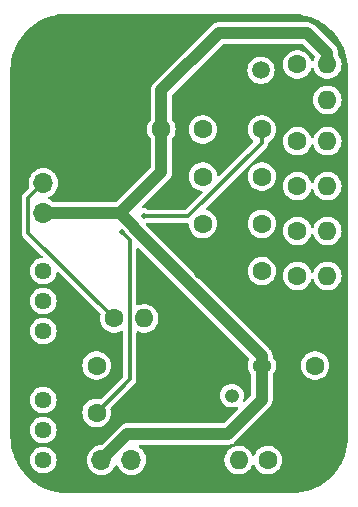
<source format=gtl>
G04 Layer: TopLayer*
G04 EasyEDA Pro v2.2.27.1, 2024-09-15 10:59:50*
G04 Gerber Generator version 0.3*
G04 Scale: 100 percent, Rotated: No, Reflected: No*
G04 Dimensions in millimeters*
G04 Leading zeros omitted, absolute positions, 3 integers and 5 decimals*
%TF.GenerationSoftware,KiCad,Pcbnew,8.0.5*%
%TF.CreationDate,2024-10-26T00:27:54+08:00*%
%TF.ProjectId,BISS0001_SOP-16_TH,42495353-3030-4303-915f-534f502d3136,rev?*%
%TF.SameCoordinates,Original*%
%TF.FileFunction,Copper,L1,Top*%
%TF.FilePolarity,Positive*%
%FSLAX46Y46*%
G04 Gerber Fmt 4.6, Leading zero omitted, Abs format (unit mm)*
G04 Created by KiCad (PCBNEW 8.0.5) date 2024-10-26 00:27:54*
%MOMM*%
%LPD*%
G01*
G04 APERTURE LIST*
%TA.AperFunction,ComponentPad*%
%ADD10C,6.000000*%
%TD*%
%TA.AperFunction,ComponentPad*%
%ADD11O,1.600000X1.200000*%
%TD*%
%TA.AperFunction,ComponentPad*%
%ADD12O,1.200000X1.200000*%
%TD*%
%TA.AperFunction,ComponentPad*%
%ADD13C,1.500000*%
%TD*%
%TA.AperFunction,ComponentPad*%
%ADD14C,1.600000*%
%TD*%
%TA.AperFunction,ComponentPad*%
%ADD15O,1.600000X1.600000*%
%TD*%
%TA.AperFunction,ComponentPad*%
%ADD16C,1.440000*%
%TD*%
%TA.AperFunction,ComponentPad*%
%ADD17R,1.700000X1.700000*%
%TD*%
%TA.AperFunction,ComponentPad*%
%ADD18O,1.700000X1.700000*%
%TD*%
%TA.AperFunction,ViaPad*%
%ADD19C,0.500000*%
%TD*%
%TA.AperFunction,Conductor*%
%ADD20C,1.000000*%
%TD*%
%TA.AperFunction,Conductor*%
%ADD21C,0.300000*%
%TD*%
G04 APERTURE END LIST*
D10*
%TO.P,H2,1,1*%
%TO.N,GND*%
X80000000Y-70000000D03*
%TD*%
D11*
%TO.P,S1,1,D*%
%TO.N,3V3*%
X96500000Y-95000000D03*
D12*
%TO.P,S1,2,S*%
%TO.N,Net-(S1-S)*%
X93960000Y-97540000D03*
%TO.P,S1,3,G*%
%TO.N,GND*%
X91420000Y-95000000D03*
%TD*%
D13*
%TO.P,R9,2*%
%TO.N,GND*%
X93020000Y-70000000D03*
%TO.P,R9,1*%
%TO.N,Net-(U1-VC)*%
X96420000Y-70000000D03*
%TD*%
D14*
%TO.P,R8,1*%
%TO.N,GND*%
X99500000Y-72500000D03*
D15*
%TO.P,R8,2*%
%TO.N,Net-(U1-IB)*%
X102040000Y-72500000D03*
%TD*%
D14*
%TO.P,R7,1*%
%TO.N,Net-(C12-Pad2)*%
X99500000Y-87400000D03*
D15*
%TO.P,R7,2*%
%TO.N,Net-(U1-1IN-)*%
X102040000Y-87400000D03*
%TD*%
D14*
%TO.P,R6,1*%
%TO.N,GND*%
X92000000Y-103000000D03*
D15*
%TO.P,R6,2*%
%TO.N,Net-(S1-S)*%
X94540000Y-103000000D03*
%TD*%
D14*
%TO.P,R5,1*%
%TO.N,Net-(H3-Pin_2)*%
X84000000Y-91000000D03*
D15*
%TO.P,R5,2*%
%TO.N,Net-(U1-VO)*%
X86540000Y-91000000D03*
%TD*%
D14*
%TO.P,R4,1*%
%TO.N,Net-(U1-VC)*%
X99500000Y-69500000D03*
D15*
%TO.P,R4,2*%
%TO.N,3V3*%
X102040000Y-69500000D03*
%TD*%
%TO.P,R3,2*%
%TO.N,Net-(U1-1OUT)*%
X102040000Y-83600000D03*
D14*
%TO.P,R3,1*%
%TO.N,Net-(U1-1IN-)*%
X99500000Y-83600000D03*
%TD*%
%TO.P,R2,1*%
%TO.N,Net-(C2-Pad2)*%
X99500000Y-79800000D03*
D15*
%TO.P,R2,2*%
%TO.N,Net-(U1-2IN-)*%
X102040000Y-79800000D03*
%TD*%
D14*
%TO.P,R1,1*%
%TO.N,Net-(U1-2OUT)*%
X99500000Y-76000000D03*
D15*
%TO.P,R1,2*%
%TO.N,Net-(U1-2IN-)*%
X102040000Y-76000000D03*
%TD*%
D16*
%TO.P,PR2,1,1*%
%TO.N,Net-(U1-RR2)*%
X78000000Y-87000000D03*
%TO.P,PR2,2,2*%
%TO.N,Net-(U1-RC2)*%
X78000000Y-89540000D03*
%TO.P,PR2,3,3*%
X78000000Y-92080000D03*
%TD*%
%TO.P,PR1,1,1*%
%TO.N,Net-(U1-RC1)*%
X78000000Y-103000000D03*
%TO.P,PR1,2,2*%
X78000000Y-100460000D03*
%TO.P,PR1,3,3*%
%TO.N,Net-(U1-RR1)*%
X78000000Y-97920000D03*
%TD*%
D17*
%TO.P,H3,1,Pin_1*%
%TO.N,GND*%
X78000000Y-77000000D03*
D18*
%TO.P,H3,2,Pin_2*%
%TO.N,Net-(H3-Pin_2)*%
X78000000Y-79540000D03*
%TO.P,H3,3,Pin_3*%
%TO.N,3V3*%
X78000000Y-82080000D03*
%TD*%
D17*
%TO.P,H1,1,Pin_1*%
%TO.N,GND*%
X88000000Y-103000000D03*
D18*
%TO.P,H1,2,Pin_2*%
%TO.N,Net-(H1-Pin_2)*%
X85460000Y-103000000D03*
%TO.P,H1,3,Pin_3*%
%TO.N,3V3*%
X82920000Y-103000000D03*
%TD*%
D14*
%TO.P,C12,1*%
%TO.N,GND*%
X91500000Y-87000000D03*
%TO.P,C12,2*%
%TO.N,Net-(C12-Pad2)*%
X96500000Y-87000000D03*
%TD*%
%TO.P,C11,2*%
%TO.N,Net-(U1-RC2)*%
X82500000Y-95000000D03*
%TO.P,C11,1*%
%TO.N,GND*%
X87500000Y-95000000D03*
%TD*%
%TO.P,C10,1*%
%TO.N,GND*%
X102000000Y-103000000D03*
%TO.P,C10,2*%
%TO.N,Net-(S1-S)*%
X97000000Y-103000000D03*
%TD*%
%TO.P,C9,2*%
%TO.N,3V3*%
X88000000Y-75000000D03*
%TO.P,C9,1*%
%TO.N,GND*%
X83000000Y-75000000D03*
%TD*%
%TO.P,C6,2*%
%TO.N,Net-(U1-RC1)*%
X82500000Y-99000000D03*
%TO.P,C6,1*%
%TO.N,GND*%
X87500000Y-99000000D03*
%TD*%
%TO.P,C5,1*%
%TO.N,GND*%
X101000000Y-100000000D03*
%TO.P,C5,2*%
%TO.N,3V3*%
X101000000Y-95000000D03*
%TD*%
%TO.P,C3,1*%
%TO.N,Net-(U1-1OUT)*%
X91500000Y-83000000D03*
%TO.P,C3,2*%
%TO.N,Net-(U1-1IN-)*%
X96500000Y-83000000D03*
%TD*%
%TO.P,C2,1*%
%TO.N,Net-(U1-1OUT)*%
X91500000Y-79000000D03*
%TO.P,C2,2*%
%TO.N,Net-(C2-Pad2)*%
X96500000Y-79000000D03*
%TD*%
%TO.P,C1,1*%
%TO.N,Net-(U1-2IN-)*%
X91500000Y-75000000D03*
%TO.P,C1,2*%
%TO.N,Net-(U1-2OUT)*%
X96500000Y-75000000D03*
%TD*%
D19*
%TO.N,GND*%
X100650000Y-86300000D03*
X100850000Y-80950000D03*
X101550000Y-74250000D03*
X92850000Y-72350000D03*
X95100000Y-69200000D03*
X89237943Y-73463469D03*
X84450000Y-98450000D03*
X81800000Y-96500000D03*
X86750000Y-89350000D03*
X88650000Y-88650000D03*
%TO.N,Net-(U1-RC1)*%
X84650000Y-83650000D03*
%TO.N,Net-(U1-2OUT)*%
X86500000Y-82350000D03*
%TD*%
D20*
%TO.N,3V3*%
X93600000Y-100800000D02*
X96500000Y-97900000D01*
X85120000Y-100800000D02*
X93600000Y-100800000D01*
X82920000Y-103000000D02*
X85120000Y-100800000D01*
X96500000Y-97900000D02*
X96500000Y-95000000D01*
X102040000Y-68540000D02*
X102040000Y-69500000D01*
X92850000Y-66850000D02*
X100350000Y-66850000D01*
X100350000Y-66850000D02*
X102040000Y-68540000D01*
X88000000Y-71700000D02*
X92850000Y-66850000D01*
X88000000Y-75000000D02*
X88000000Y-71700000D01*
X88000000Y-78588356D02*
X88000000Y-75000000D01*
X84508356Y-82080000D02*
X88000000Y-78588356D01*
X85660000Y-83231644D02*
X84508356Y-82080000D01*
X96500000Y-94213066D02*
X85660000Y-83373066D01*
X96500000Y-95000000D02*
X96500000Y-94213066D01*
X85660000Y-83373066D02*
X85660000Y-83231644D01*
X84508356Y-82080000D02*
X78000000Y-82080000D01*
D21*
%TO.N,Net-(U1-RC1)*%
X85330000Y-84330000D02*
X84650000Y-83650000D01*
X85330000Y-96170000D02*
X85330000Y-84330000D01*
X82500000Y-99000000D02*
X85330000Y-96170000D01*
%TO.N,Net-(H3-Pin_2)*%
X76740000Y-83740000D02*
X84000000Y-91000000D01*
X76740000Y-80800000D02*
X76740000Y-83740000D01*
X78000000Y-79540000D02*
X76740000Y-80800000D01*
%TO.N,GND*%
X81000000Y-77000000D02*
X83000000Y-75000000D01*
X78000000Y-77000000D02*
X81000000Y-77000000D01*
X95520000Y-72500000D02*
X93020000Y-70000000D01*
X99500000Y-72500000D02*
X95520000Y-72500000D01*
%TO.N,Net-(U1-2OUT)*%
X90281370Y-82350000D02*
X86500000Y-82350000D01*
X96500000Y-76131370D02*
X90281370Y-82350000D01*
X96500000Y-75000000D02*
X96500000Y-76131370D01*
%TD*%
%TA.AperFunction,Conductor*%
%TO.N,GND*%
G36*
X99002702Y-65200617D02*
G01*
X99412917Y-65218528D01*
X99423654Y-65219468D01*
X99828057Y-65272708D01*
X99838695Y-65274583D01*
X100236925Y-65362869D01*
X100247365Y-65365667D01*
X100636363Y-65488317D01*
X100646524Y-65492015D01*
X101023363Y-65648108D01*
X101033155Y-65652674D01*
X101394965Y-65841020D01*
X101404305Y-65846413D01*
X101620435Y-65984103D01*
X101748309Y-66065568D01*
X101757170Y-66071772D01*
X102080766Y-66320076D01*
X102089053Y-66327030D01*
X102389767Y-66602583D01*
X102397416Y-66610232D01*
X102672969Y-66910946D01*
X102679923Y-66919233D01*
X102928227Y-67242829D01*
X102934431Y-67251690D01*
X103153578Y-67595680D01*
X103158983Y-67605042D01*
X103285004Y-67847126D01*
X103347322Y-67966838D01*
X103351894Y-67976642D01*
X103507983Y-68353473D01*
X103511683Y-68363639D01*
X103634331Y-68752630D01*
X103637131Y-68763078D01*
X103725414Y-69161296D01*
X103727292Y-69171950D01*
X103780529Y-69576326D01*
X103781472Y-69587102D01*
X103799382Y-69997297D01*
X103799500Y-70002706D01*
X103799500Y-100997293D01*
X103799382Y-101002702D01*
X103781472Y-101412897D01*
X103780529Y-101423673D01*
X103727292Y-101828049D01*
X103725414Y-101838703D01*
X103637131Y-102236921D01*
X103634331Y-102247369D01*
X103511683Y-102636360D01*
X103507983Y-102646526D01*
X103351894Y-103023357D01*
X103347322Y-103033161D01*
X103158987Y-103394951D01*
X103153578Y-103404319D01*
X102934431Y-103748309D01*
X102928227Y-103757170D01*
X102679923Y-104080766D01*
X102672969Y-104089053D01*
X102397416Y-104389767D01*
X102389767Y-104397416D01*
X102089053Y-104672969D01*
X102080766Y-104679923D01*
X101757170Y-104928227D01*
X101748309Y-104934431D01*
X101404319Y-105153578D01*
X101394951Y-105158987D01*
X101033161Y-105347322D01*
X101023357Y-105351894D01*
X100646526Y-105507983D01*
X100636360Y-105511683D01*
X100247369Y-105634331D01*
X100236921Y-105637131D01*
X99838703Y-105725414D01*
X99828049Y-105727292D01*
X99423673Y-105780529D01*
X99412897Y-105781472D01*
X99002703Y-105799382D01*
X98997294Y-105799500D01*
X80002706Y-105799500D01*
X79997297Y-105799382D01*
X79587102Y-105781472D01*
X79576326Y-105780529D01*
X79171950Y-105727292D01*
X79161296Y-105725414D01*
X78763078Y-105637131D01*
X78752630Y-105634331D01*
X78363639Y-105511683D01*
X78353473Y-105507983D01*
X77976642Y-105351894D01*
X77966838Y-105347322D01*
X77847126Y-105285004D01*
X77605042Y-105158983D01*
X77595686Y-105153582D01*
X77423685Y-105044004D01*
X77251690Y-104934431D01*
X77242829Y-104928227D01*
X76919233Y-104679923D01*
X76910946Y-104672969D01*
X76610232Y-104397416D01*
X76602583Y-104389767D01*
X76327030Y-104089053D01*
X76320076Y-104080766D01*
X76071772Y-103757170D01*
X76065568Y-103748309D01*
X75993180Y-103634683D01*
X75846413Y-103404305D01*
X75841020Y-103394965D01*
X75652674Y-103033155D01*
X75648105Y-103023357D01*
X75638430Y-103000000D01*
X75638430Y-102999999D01*
X76874700Y-102999999D01*
X76874700Y-103000000D01*
X76893859Y-103206772D01*
X76950688Y-103406502D01*
X76950693Y-103406515D01*
X77043252Y-103592397D01*
X77168390Y-103758107D01*
X77168392Y-103758110D01*
X77321850Y-103898005D01*
X77321852Y-103898006D01*
X77321855Y-103898009D01*
X77421609Y-103959774D01*
X77498407Y-104007325D01*
X77498409Y-104007326D01*
X77498411Y-104007327D01*
X77692047Y-104082342D01*
X77896170Y-104120500D01*
X77896172Y-104120500D01*
X78103828Y-104120500D01*
X78103830Y-104120500D01*
X78307953Y-104082342D01*
X78501589Y-104007327D01*
X78678145Y-103898009D01*
X78831607Y-103758110D01*
X78924814Y-103634683D01*
X78956747Y-103592397D01*
X78956747Y-103592395D01*
X78956749Y-103592394D01*
X79049311Y-103406505D01*
X79106140Y-103206773D01*
X79125300Y-103000000D01*
X79106140Y-102793227D01*
X79049311Y-102593495D01*
X79037945Y-102570670D01*
X78956747Y-102407602D01*
X78831609Y-102241892D01*
X78831607Y-102241889D01*
X78678149Y-102101994D01*
X78678143Y-102101990D01*
X78501592Y-101992674D01*
X78501583Y-101992670D01*
X78411389Y-101957729D01*
X78307953Y-101917658D01*
X78103830Y-101879500D01*
X77896170Y-101879500D01*
X77692047Y-101917658D01*
X77498416Y-101992670D01*
X77498407Y-101992674D01*
X77321856Y-102101990D01*
X77321850Y-102101994D01*
X77168392Y-102241889D01*
X77168390Y-102241892D01*
X77043252Y-102407602D01*
X76950693Y-102593484D01*
X76950688Y-102593497D01*
X76893859Y-102793227D01*
X76874700Y-102999999D01*
X75638430Y-102999999D01*
X75492015Y-102646524D01*
X75488316Y-102636360D01*
X75474801Y-102593497D01*
X75365667Y-102247365D01*
X75362868Y-102236921D01*
X75274583Y-101838695D01*
X75272707Y-101828049D01*
X75219468Y-101423654D01*
X75218528Y-101412917D01*
X75200618Y-101002702D01*
X75200500Y-100997293D01*
X75200500Y-100459999D01*
X76874700Y-100459999D01*
X76874700Y-100460000D01*
X76893859Y-100666772D01*
X76950688Y-100866502D01*
X76950693Y-100866515D01*
X77043252Y-101052397D01*
X77168390Y-101218107D01*
X77168392Y-101218110D01*
X77321850Y-101358005D01*
X77321852Y-101358006D01*
X77321855Y-101358009D01*
X77410503Y-101412897D01*
X77498407Y-101467325D01*
X77498409Y-101467326D01*
X77498411Y-101467327D01*
X77692047Y-101542342D01*
X77896170Y-101580500D01*
X77896172Y-101580500D01*
X78103828Y-101580500D01*
X78103830Y-101580500D01*
X78307953Y-101542342D01*
X78501589Y-101467327D01*
X78678145Y-101358009D01*
X78831607Y-101218110D01*
X78956749Y-101052394D01*
X79049311Y-100866505D01*
X79106140Y-100666773D01*
X79125300Y-100460000D01*
X79106140Y-100253227D01*
X79049311Y-100053495D01*
X79048199Y-100051262D01*
X78956747Y-99867602D01*
X78831609Y-99701892D01*
X78831607Y-99701889D01*
X78678149Y-99561994D01*
X78678143Y-99561990D01*
X78501592Y-99452674D01*
X78501583Y-99452670D01*
X78411389Y-99417729D01*
X78307953Y-99377658D01*
X78103830Y-99339500D01*
X77896170Y-99339500D01*
X77692047Y-99377658D01*
X77498416Y-99452670D01*
X77498407Y-99452674D01*
X77321856Y-99561990D01*
X77321850Y-99561994D01*
X77168392Y-99701889D01*
X77168390Y-99701892D01*
X77043252Y-99867602D01*
X76950693Y-100053484D01*
X76950688Y-100053497D01*
X76893859Y-100253227D01*
X76874700Y-100459999D01*
X75200500Y-100459999D01*
X75200500Y-97919999D01*
X76874700Y-97919999D01*
X76874700Y-97920000D01*
X76893859Y-98126772D01*
X76950688Y-98326502D01*
X76950693Y-98326515D01*
X77043252Y-98512397D01*
X77168390Y-98678107D01*
X77168392Y-98678110D01*
X77321850Y-98818005D01*
X77321852Y-98818006D01*
X77321855Y-98818009D01*
X77421609Y-98879774D01*
X77498407Y-98927325D01*
X77498409Y-98927326D01*
X77498411Y-98927327D01*
X77692047Y-99002342D01*
X77896170Y-99040500D01*
X77896172Y-99040500D01*
X78103828Y-99040500D01*
X78103830Y-99040500D01*
X78307953Y-99002342D01*
X78501589Y-98927327D01*
X78678145Y-98818009D01*
X78831607Y-98678110D01*
X78956749Y-98512394D01*
X79049311Y-98326505D01*
X79106140Y-98126773D01*
X79125300Y-97920000D01*
X79115228Y-97811309D01*
X79106140Y-97713227D01*
X79056852Y-97540000D01*
X79049311Y-97513495D01*
X79030460Y-97475638D01*
X78956747Y-97327602D01*
X78831609Y-97161892D01*
X78831607Y-97161889D01*
X78678149Y-97021994D01*
X78678143Y-97021990D01*
X78501592Y-96912674D01*
X78501583Y-96912670D01*
X78411389Y-96877729D01*
X78307953Y-96837658D01*
X78103830Y-96799500D01*
X77896170Y-96799500D01*
X77692047Y-96837658D01*
X77498416Y-96912670D01*
X77498407Y-96912674D01*
X77321856Y-97021990D01*
X77321850Y-97021994D01*
X77168392Y-97161889D01*
X77168390Y-97161892D01*
X77043252Y-97327602D01*
X76950693Y-97513484D01*
X76950688Y-97513497D01*
X76893859Y-97713227D01*
X76874700Y-97919999D01*
X75200500Y-97919999D01*
X75200500Y-94999999D01*
X81294357Y-94999999D01*
X81294357Y-95000000D01*
X81314884Y-95221535D01*
X81314885Y-95221537D01*
X81375769Y-95435523D01*
X81375775Y-95435538D01*
X81474938Y-95634683D01*
X81474943Y-95634691D01*
X81609020Y-95812238D01*
X81773437Y-95962123D01*
X81773439Y-95962125D01*
X81962595Y-96079245D01*
X81962596Y-96079245D01*
X81962599Y-96079247D01*
X82170060Y-96159618D01*
X82388757Y-96200500D01*
X82388759Y-96200500D01*
X82611241Y-96200500D01*
X82611243Y-96200500D01*
X82829940Y-96159618D01*
X83037401Y-96079247D01*
X83226562Y-95962124D01*
X83390981Y-95812236D01*
X83525058Y-95634689D01*
X83624229Y-95435528D01*
X83685115Y-95221536D01*
X83705643Y-95000000D01*
X83685115Y-94778464D01*
X83624229Y-94564472D01*
X83605115Y-94526086D01*
X83525061Y-94365316D01*
X83525056Y-94365308D01*
X83390979Y-94187761D01*
X83226562Y-94037876D01*
X83226560Y-94037874D01*
X83037404Y-93920754D01*
X83037398Y-93920752D01*
X82829940Y-93840382D01*
X82611243Y-93799500D01*
X82388757Y-93799500D01*
X82170060Y-93840382D01*
X82038864Y-93891207D01*
X81962601Y-93920752D01*
X81962595Y-93920754D01*
X81773439Y-94037874D01*
X81773437Y-94037876D01*
X81609020Y-94187761D01*
X81474943Y-94365308D01*
X81474938Y-94365316D01*
X81375775Y-94564461D01*
X81375769Y-94564476D01*
X81314885Y-94778462D01*
X81314884Y-94778464D01*
X81294357Y-94999999D01*
X75200500Y-94999999D01*
X75200500Y-92079999D01*
X76874700Y-92079999D01*
X76874700Y-92080000D01*
X76893859Y-92286772D01*
X76950688Y-92486502D01*
X76950693Y-92486515D01*
X77043252Y-92672397D01*
X77168390Y-92838107D01*
X77168392Y-92838110D01*
X77321850Y-92978005D01*
X77321852Y-92978006D01*
X77321855Y-92978009D01*
X77421609Y-93039774D01*
X77498407Y-93087325D01*
X77498409Y-93087326D01*
X77498411Y-93087327D01*
X77692047Y-93162342D01*
X77896170Y-93200500D01*
X77896172Y-93200500D01*
X78103828Y-93200500D01*
X78103830Y-93200500D01*
X78307953Y-93162342D01*
X78501589Y-93087327D01*
X78678145Y-92978009D01*
X78831607Y-92838110D01*
X78956749Y-92672394D01*
X79049311Y-92486505D01*
X79106140Y-92286773D01*
X79125300Y-92080000D01*
X79114377Y-91962125D01*
X79106140Y-91873227D01*
X79088786Y-91812236D01*
X79049311Y-91673495D01*
X78956749Y-91487606D01*
X78956748Y-91487605D01*
X78956747Y-91487602D01*
X78831609Y-91321892D01*
X78831607Y-91321889D01*
X78678149Y-91181994D01*
X78678143Y-91181990D01*
X78501592Y-91072674D01*
X78501583Y-91072670D01*
X78411389Y-91037729D01*
X78307953Y-90997658D01*
X78103830Y-90959500D01*
X77896170Y-90959500D01*
X77692047Y-90997658D01*
X77498416Y-91072670D01*
X77498407Y-91072674D01*
X77321856Y-91181990D01*
X77321850Y-91181994D01*
X77168392Y-91321889D01*
X77168390Y-91321892D01*
X77043252Y-91487602D01*
X76950693Y-91673484D01*
X76950688Y-91673497D01*
X76893859Y-91873227D01*
X76874700Y-92079999D01*
X75200500Y-92079999D01*
X75200500Y-89539999D01*
X76874700Y-89539999D01*
X76874700Y-89540000D01*
X76893859Y-89746772D01*
X76950688Y-89946502D01*
X76950693Y-89946515D01*
X77043252Y-90132397D01*
X77168390Y-90298107D01*
X77168392Y-90298110D01*
X77321850Y-90438005D01*
X77321852Y-90438006D01*
X77321855Y-90438009D01*
X77421609Y-90499774D01*
X77498407Y-90547325D01*
X77498409Y-90547326D01*
X77498411Y-90547327D01*
X77692047Y-90622342D01*
X77896170Y-90660500D01*
X77896172Y-90660500D01*
X78103828Y-90660500D01*
X78103830Y-90660500D01*
X78307953Y-90622342D01*
X78501589Y-90547327D01*
X78678145Y-90438009D01*
X78831607Y-90298110D01*
X78956749Y-90132394D01*
X79049311Y-89946505D01*
X79106140Y-89746773D01*
X79125300Y-89540000D01*
X79106140Y-89333227D01*
X79049311Y-89133495D01*
X78956749Y-88947606D01*
X78956748Y-88947605D01*
X78956747Y-88947602D01*
X78831609Y-88781892D01*
X78831607Y-88781889D01*
X78678149Y-88641994D01*
X78678143Y-88641990D01*
X78501592Y-88532674D01*
X78501583Y-88532670D01*
X78411389Y-88497729D01*
X78307953Y-88457658D01*
X78103830Y-88419500D01*
X77896170Y-88419500D01*
X77692047Y-88457658D01*
X77498416Y-88532670D01*
X77498407Y-88532674D01*
X77321856Y-88641990D01*
X77321850Y-88641994D01*
X77168392Y-88781889D01*
X77168390Y-88781892D01*
X77043252Y-88947602D01*
X76950693Y-89133484D01*
X76950688Y-89133497D01*
X76893859Y-89333227D01*
X76874700Y-89539999D01*
X75200500Y-89539999D01*
X75200500Y-80727525D01*
X76189500Y-80727525D01*
X76189500Y-83667526D01*
X76189500Y-83812474D01*
X76227016Y-83952485D01*
X76274957Y-84035523D01*
X76299489Y-84078013D01*
X76299491Y-84078016D01*
X77902376Y-85680901D01*
X77935861Y-85742224D01*
X77930877Y-85811916D01*
X77889005Y-85867849D01*
X77837481Y-85890470D01*
X77692057Y-85917655D01*
X77692047Y-85917658D01*
X77498416Y-85992670D01*
X77498407Y-85992674D01*
X77321856Y-86101990D01*
X77321850Y-86101994D01*
X77168392Y-86241889D01*
X77168390Y-86241892D01*
X77043252Y-86407602D01*
X76950693Y-86593484D01*
X76950688Y-86593497D01*
X76893859Y-86793227D01*
X76874700Y-86999999D01*
X76874700Y-87000000D01*
X76893859Y-87206772D01*
X76950688Y-87406502D01*
X76950693Y-87406515D01*
X77043252Y-87592397D01*
X77168390Y-87758107D01*
X77168392Y-87758110D01*
X77321850Y-87898005D01*
X77321852Y-87898006D01*
X77321855Y-87898009D01*
X77421609Y-87959774D01*
X77498407Y-88007325D01*
X77498409Y-88007326D01*
X77498411Y-88007327D01*
X77692047Y-88082342D01*
X77896170Y-88120500D01*
X77896172Y-88120500D01*
X78103828Y-88120500D01*
X78103830Y-88120500D01*
X78307953Y-88082342D01*
X78501589Y-88007327D01*
X78678145Y-87898009D01*
X78831607Y-87758110D01*
X78924814Y-87634683D01*
X78956747Y-87592397D01*
X78956747Y-87592395D01*
X78956749Y-87592394D01*
X79049311Y-87406505D01*
X79106140Y-87206773D01*
X79109084Y-87175000D01*
X79134870Y-87110064D01*
X79191670Y-87069376D01*
X79261451Y-87065856D01*
X79320236Y-87098761D01*
X82804347Y-90582872D01*
X82837832Y-90644195D01*
X82835933Y-90704486D01*
X82814884Y-90778466D01*
X82794357Y-90999999D01*
X82794357Y-91000000D01*
X82814884Y-91221535D01*
X82814885Y-91221537D01*
X82875769Y-91435523D01*
X82875775Y-91435538D01*
X82974938Y-91634683D01*
X82974943Y-91634691D01*
X83109020Y-91812238D01*
X83273437Y-91962123D01*
X83273439Y-91962125D01*
X83462595Y-92079245D01*
X83462596Y-92079245D01*
X83462599Y-92079247D01*
X83670060Y-92159618D01*
X83888757Y-92200500D01*
X83888759Y-92200500D01*
X84111241Y-92200500D01*
X84111243Y-92200500D01*
X84329940Y-92159618D01*
X84537401Y-92079247D01*
X84590224Y-92046540D01*
X84657583Y-92027985D01*
X84724282Y-92048793D01*
X84769144Y-92102358D01*
X84779500Y-92151968D01*
X84779500Y-95890612D01*
X84759815Y-95957651D01*
X84743181Y-95978293D01*
X82919253Y-97802220D01*
X82857930Y-97835705D01*
X82808788Y-97836427D01*
X82611243Y-97799500D01*
X82388757Y-97799500D01*
X82170060Y-97840382D01*
X82038864Y-97891207D01*
X81962601Y-97920752D01*
X81962595Y-97920754D01*
X81773439Y-98037874D01*
X81773437Y-98037876D01*
X81609020Y-98187761D01*
X81474943Y-98365308D01*
X81474938Y-98365316D01*
X81375775Y-98564461D01*
X81375769Y-98564476D01*
X81314885Y-98778462D01*
X81314884Y-98778464D01*
X81294357Y-98999999D01*
X81294357Y-99000000D01*
X81314884Y-99221535D01*
X81314885Y-99221537D01*
X81375769Y-99435523D01*
X81375775Y-99435538D01*
X81474938Y-99634683D01*
X81474943Y-99634691D01*
X81609020Y-99812238D01*
X81773437Y-99962123D01*
X81773439Y-99962125D01*
X81962595Y-100079245D01*
X81962596Y-100079245D01*
X81962599Y-100079247D01*
X82170060Y-100159618D01*
X82388757Y-100200500D01*
X82388759Y-100200500D01*
X82611241Y-100200500D01*
X82611243Y-100200500D01*
X82829940Y-100159618D01*
X83037401Y-100079247D01*
X83226562Y-99962124D01*
X83390981Y-99812236D01*
X83525058Y-99634689D01*
X83624229Y-99435528D01*
X83685115Y-99221536D01*
X83705643Y-99000000D01*
X83685115Y-98778464D01*
X83664066Y-98704484D01*
X83664652Y-98634621D01*
X83695649Y-98582874D01*
X85770510Y-96508015D01*
X85842984Y-96382485D01*
X85880500Y-96242475D01*
X85880500Y-92212963D01*
X85900185Y-92145924D01*
X85952989Y-92100169D01*
X86022147Y-92090225D01*
X86049287Y-92097334D01*
X86210060Y-92159618D01*
X86428757Y-92200500D01*
X86428759Y-92200500D01*
X86651241Y-92200500D01*
X86651243Y-92200500D01*
X86869940Y-92159618D01*
X87077401Y-92079247D01*
X87266562Y-91962124D01*
X87430981Y-91812236D01*
X87565058Y-91634689D01*
X87664229Y-91435528D01*
X87725115Y-91221536D01*
X87745643Y-91000000D01*
X87725115Y-90778464D01*
X87664229Y-90564472D01*
X87601256Y-90438005D01*
X87565061Y-90365316D01*
X87565056Y-90365308D01*
X87430979Y-90187761D01*
X87266562Y-90037876D01*
X87266560Y-90037874D01*
X87077404Y-89920754D01*
X87077398Y-89920752D01*
X86869940Y-89840382D01*
X86651243Y-89799500D01*
X86428757Y-89799500D01*
X86210060Y-89840382D01*
X86210057Y-89840382D01*
X86210057Y-89840383D01*
X86049293Y-89902663D01*
X85979670Y-89908525D01*
X85917930Y-89875815D01*
X85883675Y-89814918D01*
X85880500Y-89787036D01*
X85880500Y-85166428D01*
X85900185Y-85099389D01*
X85952989Y-85053634D01*
X86022147Y-85043690D01*
X86085703Y-85072715D01*
X86092181Y-85078747D01*
X95392281Y-94378847D01*
X95425766Y-94440170D01*
X95420782Y-94509862D01*
X95413962Y-94524974D01*
X95413368Y-94526085D01*
X95337950Y-94708160D01*
X95337947Y-94708170D01*
X95299500Y-94901456D01*
X95299500Y-94901459D01*
X95299500Y-95098541D01*
X95299500Y-95098543D01*
X95299499Y-95098543D01*
X95337947Y-95291829D01*
X95337950Y-95291839D01*
X95413364Y-95473907D01*
X95413371Y-95473920D01*
X95522860Y-95637781D01*
X95522863Y-95637785D01*
X95563180Y-95678101D01*
X95596666Y-95739424D01*
X95599500Y-95765783D01*
X95599500Y-97475638D01*
X95579815Y-97542677D01*
X95563181Y-97563319D01*
X95102583Y-98023916D01*
X95041260Y-98057401D01*
X94971568Y-98052417D01*
X94915635Y-98010545D01*
X94891218Y-97945081D01*
X94896242Y-97900239D01*
X94910067Y-97854665D01*
X94946024Y-97736132D01*
X94965341Y-97540000D01*
X94946024Y-97343868D01*
X94888814Y-97155273D01*
X94888811Y-97155269D01*
X94888811Y-97155266D01*
X94795913Y-96981467D01*
X94795909Y-96981460D01*
X94670883Y-96829116D01*
X94518539Y-96704090D01*
X94518532Y-96704086D01*
X94344733Y-96611188D01*
X94344727Y-96611186D01*
X94156132Y-96553976D01*
X94156129Y-96553975D01*
X93960000Y-96534659D01*
X93763870Y-96553975D01*
X93575266Y-96611188D01*
X93401467Y-96704086D01*
X93401460Y-96704090D01*
X93249116Y-96829116D01*
X93124090Y-96981460D01*
X93124086Y-96981467D01*
X93031188Y-97155266D01*
X92973975Y-97343870D01*
X92954659Y-97540000D01*
X92973975Y-97736129D01*
X92973976Y-97736132D01*
X93029980Y-97920753D01*
X93031188Y-97924733D01*
X93124086Y-98098532D01*
X93124089Y-98098537D01*
X93249116Y-98250883D01*
X93401460Y-98375909D01*
X93401467Y-98375913D01*
X93575266Y-98468811D01*
X93575269Y-98468811D01*
X93575273Y-98468814D01*
X93763868Y-98526024D01*
X93960000Y-98545341D01*
X94156132Y-98526024D01*
X94320240Y-98476241D01*
X94390106Y-98475618D01*
X94449219Y-98512866D01*
X94478810Y-98576159D01*
X94469485Y-98645404D01*
X94443916Y-98682583D01*
X93263319Y-99863181D01*
X93201996Y-99896666D01*
X93175638Y-99899500D01*
X85031303Y-99899500D01*
X84857339Y-99934103D01*
X84857323Y-99934108D01*
X84741453Y-99982102D01*
X84741454Y-99982103D01*
X84693453Y-100001987D01*
X84619708Y-100051262D01*
X84545963Y-100100535D01*
X82931942Y-101714556D01*
X82870619Y-101748041D01*
X82855069Y-101750403D01*
X82702027Y-101763792D01*
X82702017Y-101763794D01*
X82490677Y-101820422D01*
X82490668Y-101820426D01*
X82292361Y-101912898D01*
X82292357Y-101912900D01*
X82113121Y-102038402D01*
X81958402Y-102193121D01*
X81832900Y-102372357D01*
X81832898Y-102372361D01*
X81740426Y-102570668D01*
X81740422Y-102570677D01*
X81683793Y-102782020D01*
X81683793Y-102782024D01*
X81664723Y-102999997D01*
X81664723Y-103000002D01*
X81683793Y-103217975D01*
X81683793Y-103217979D01*
X81740422Y-103429322D01*
X81740424Y-103429326D01*
X81740425Y-103429330D01*
X81762382Y-103476416D01*
X81832897Y-103627638D01*
X81832898Y-103627639D01*
X81958402Y-103806877D01*
X82113123Y-103961598D01*
X82292361Y-104087102D01*
X82490670Y-104179575D01*
X82702023Y-104236207D01*
X82884926Y-104252208D01*
X82919998Y-104255277D01*
X82920000Y-104255277D01*
X82920002Y-104255277D01*
X82948254Y-104252805D01*
X83137977Y-104236207D01*
X83349330Y-104179575D01*
X83547639Y-104087102D01*
X83726877Y-103961598D01*
X83881598Y-103806877D01*
X84007102Y-103627639D01*
X84077618Y-103476414D01*
X84123790Y-103423977D01*
X84190984Y-103404825D01*
X84257865Y-103425041D01*
X84302381Y-103476414D01*
X84372898Y-103627639D01*
X84498402Y-103806877D01*
X84653123Y-103961598D01*
X84832361Y-104087102D01*
X85030670Y-104179575D01*
X85242023Y-104236207D01*
X85424926Y-104252208D01*
X85459998Y-104255277D01*
X85460000Y-104255277D01*
X85460002Y-104255277D01*
X85488254Y-104252805D01*
X85677977Y-104236207D01*
X85889330Y-104179575D01*
X86087639Y-104087102D01*
X86266877Y-103961598D01*
X86421598Y-103806877D01*
X86547102Y-103627639D01*
X86639575Y-103429330D01*
X86696207Y-103217977D01*
X86715277Y-103000000D01*
X86715277Y-102999999D01*
X93334357Y-102999999D01*
X93334357Y-103000000D01*
X93354884Y-103221535D01*
X93354885Y-103221537D01*
X93415769Y-103435523D01*
X93415775Y-103435538D01*
X93514938Y-103634683D01*
X93514943Y-103634691D01*
X93649020Y-103812238D01*
X93813437Y-103962123D01*
X93813439Y-103962125D01*
X94002595Y-104079245D01*
X94002596Y-104079245D01*
X94002599Y-104079247D01*
X94210060Y-104159618D01*
X94428757Y-104200500D01*
X94428759Y-104200500D01*
X94651241Y-104200500D01*
X94651243Y-104200500D01*
X94869940Y-104159618D01*
X95077401Y-104079247D01*
X95266562Y-103962124D01*
X95430981Y-103812236D01*
X95565058Y-103634689D01*
X95659000Y-103446030D01*
X95706503Y-103394793D01*
X95774166Y-103377372D01*
X95840506Y-103399298D01*
X95881000Y-103446030D01*
X95974938Y-103634683D01*
X95974943Y-103634691D01*
X96109020Y-103812238D01*
X96273437Y-103962123D01*
X96273439Y-103962125D01*
X96462595Y-104079245D01*
X96462596Y-104079245D01*
X96462599Y-104079247D01*
X96670060Y-104159618D01*
X96888757Y-104200500D01*
X96888759Y-104200500D01*
X97111241Y-104200500D01*
X97111243Y-104200500D01*
X97329940Y-104159618D01*
X97537401Y-104079247D01*
X97726562Y-103962124D01*
X97890981Y-103812236D01*
X98025058Y-103634689D01*
X98124229Y-103435528D01*
X98185115Y-103221536D01*
X98205643Y-103000000D01*
X98185115Y-102778464D01*
X98124229Y-102564472D01*
X98124224Y-102564461D01*
X98025061Y-102365316D01*
X98025056Y-102365308D01*
X97890979Y-102187761D01*
X97726562Y-102037876D01*
X97726560Y-102037874D01*
X97537404Y-101920754D01*
X97537398Y-101920752D01*
X97329940Y-101840382D01*
X97111243Y-101799500D01*
X96888757Y-101799500D01*
X96670060Y-101840382D01*
X96589743Y-101871497D01*
X96462601Y-101920752D01*
X96462595Y-101920754D01*
X96273439Y-102037874D01*
X96273437Y-102037876D01*
X96109020Y-102187761D01*
X95974943Y-102365308D01*
X95974938Y-102365316D01*
X95881000Y-102553969D01*
X95833497Y-102605206D01*
X95765834Y-102622627D01*
X95699494Y-102600701D01*
X95659000Y-102553969D01*
X95565061Y-102365316D01*
X95565056Y-102365308D01*
X95430979Y-102187761D01*
X95266562Y-102037876D01*
X95266560Y-102037874D01*
X95077404Y-101920754D01*
X95077398Y-101920752D01*
X94869940Y-101840382D01*
X94651243Y-101799500D01*
X94428757Y-101799500D01*
X94210060Y-101840382D01*
X94129743Y-101871497D01*
X94002601Y-101920752D01*
X94002595Y-101920754D01*
X93813439Y-102037874D01*
X93813437Y-102037876D01*
X93649020Y-102187761D01*
X93514943Y-102365308D01*
X93514938Y-102365316D01*
X93415775Y-102564461D01*
X93415769Y-102564476D01*
X93354885Y-102778462D01*
X93354884Y-102778464D01*
X93334357Y-102999999D01*
X86715277Y-102999999D01*
X86696207Y-102782023D01*
X86647622Y-102600701D01*
X86639577Y-102570677D01*
X86639576Y-102570676D01*
X86639575Y-102570670D01*
X86547102Y-102372362D01*
X86547100Y-102372359D01*
X86547099Y-102372357D01*
X86421599Y-102193124D01*
X86416236Y-102187761D01*
X86266877Y-102038402D01*
X86106456Y-101926073D01*
X86062832Y-101871497D01*
X86055640Y-101801999D01*
X86087162Y-101739644D01*
X86147392Y-101704231D01*
X86177581Y-101700500D01*
X93688693Y-101700500D01*
X93688694Y-101700499D01*
X93862666Y-101665895D01*
X93944606Y-101631953D01*
X94026547Y-101598013D01*
X94026549Y-101598011D01*
X94026552Y-101598010D01*
X94114955Y-101538939D01*
X94114955Y-101538938D01*
X94114959Y-101538936D01*
X94174036Y-101499464D01*
X97199463Y-98474036D01*
X97199464Y-98474035D01*
X97298013Y-98326547D01*
X97365894Y-98162666D01*
X97378650Y-98098538D01*
X97390717Y-98037874D01*
X97400500Y-97988694D01*
X97400500Y-95765783D01*
X97420185Y-95698744D01*
X97436820Y-95678101D01*
X97477136Y-95637785D01*
X97477139Y-95637782D01*
X97586632Y-95473914D01*
X97662051Y-95291835D01*
X97676034Y-95221537D01*
X97700500Y-95098543D01*
X97700500Y-94999999D01*
X99794357Y-94999999D01*
X99794357Y-95000000D01*
X99814884Y-95221535D01*
X99814885Y-95221537D01*
X99875769Y-95435523D01*
X99875775Y-95435538D01*
X99974938Y-95634683D01*
X99974943Y-95634691D01*
X100109020Y-95812238D01*
X100273437Y-95962123D01*
X100273439Y-95962125D01*
X100462595Y-96079245D01*
X100462596Y-96079245D01*
X100462599Y-96079247D01*
X100670060Y-96159618D01*
X100888757Y-96200500D01*
X100888759Y-96200500D01*
X101111241Y-96200500D01*
X101111243Y-96200500D01*
X101329940Y-96159618D01*
X101537401Y-96079247D01*
X101726562Y-95962124D01*
X101890981Y-95812236D01*
X102025058Y-95634689D01*
X102124229Y-95435528D01*
X102185115Y-95221536D01*
X102205643Y-95000000D01*
X102185115Y-94778464D01*
X102124229Y-94564472D01*
X102105115Y-94526086D01*
X102025061Y-94365316D01*
X102025056Y-94365308D01*
X101890979Y-94187761D01*
X101726562Y-94037876D01*
X101726560Y-94037874D01*
X101537404Y-93920754D01*
X101537398Y-93920752D01*
X101329940Y-93840382D01*
X101111243Y-93799500D01*
X100888757Y-93799500D01*
X100670060Y-93840382D01*
X100538864Y-93891207D01*
X100462601Y-93920752D01*
X100462595Y-93920754D01*
X100273439Y-94037874D01*
X100273437Y-94037876D01*
X100109020Y-94187761D01*
X99974943Y-94365308D01*
X99974938Y-94365316D01*
X99875775Y-94564461D01*
X99875769Y-94564476D01*
X99814885Y-94778462D01*
X99814884Y-94778464D01*
X99794357Y-94999999D01*
X97700500Y-94999999D01*
X97700500Y-94901456D01*
X97662052Y-94708170D01*
X97662051Y-94708169D01*
X97662051Y-94708165D01*
X97602532Y-94564472D01*
X97586635Y-94526092D01*
X97586628Y-94526079D01*
X97477139Y-94362218D01*
X97477136Y-94362214D01*
X97436819Y-94321897D01*
X97403334Y-94260574D01*
X97400500Y-94234216D01*
X97400500Y-94124374D01*
X97400499Y-94124373D01*
X97383309Y-94037949D01*
X97383309Y-94037946D01*
X97365896Y-93950407D01*
X97365895Y-93950400D01*
X97331953Y-93868459D01*
X97298013Y-93786519D01*
X97298011Y-93786516D01*
X97238936Y-93698105D01*
X97238936Y-93698104D01*
X97238933Y-93698102D01*
X97199466Y-93639032D01*
X90560433Y-86999999D01*
X95294357Y-86999999D01*
X95294357Y-87000000D01*
X95314884Y-87221535D01*
X95314885Y-87221537D01*
X95375769Y-87435523D01*
X95375775Y-87435538D01*
X95474938Y-87634683D01*
X95474943Y-87634691D01*
X95609020Y-87812238D01*
X95773437Y-87962123D01*
X95773439Y-87962125D01*
X95962595Y-88079245D01*
X95962596Y-88079245D01*
X95962599Y-88079247D01*
X96170060Y-88159618D01*
X96388757Y-88200500D01*
X96388759Y-88200500D01*
X96611241Y-88200500D01*
X96611243Y-88200500D01*
X96829940Y-88159618D01*
X97037401Y-88079247D01*
X97226562Y-87962124D01*
X97390981Y-87812236D01*
X97525058Y-87634689D01*
X97624229Y-87435528D01*
X97634338Y-87399999D01*
X98294357Y-87399999D01*
X98294357Y-87400000D01*
X98314884Y-87621535D01*
X98314885Y-87621537D01*
X98375769Y-87835523D01*
X98375775Y-87835538D01*
X98474938Y-88034683D01*
X98474943Y-88034691D01*
X98609020Y-88212238D01*
X98773437Y-88362123D01*
X98773439Y-88362125D01*
X98962595Y-88479245D01*
X98962596Y-88479245D01*
X98962599Y-88479247D01*
X99170060Y-88559618D01*
X99388757Y-88600500D01*
X99388759Y-88600500D01*
X99611241Y-88600500D01*
X99611243Y-88600500D01*
X99829940Y-88559618D01*
X100037401Y-88479247D01*
X100226562Y-88362124D01*
X100390981Y-88212236D01*
X100525058Y-88034689D01*
X100624229Y-87835528D01*
X100650734Y-87742371D01*
X100688013Y-87683278D01*
X100751323Y-87653721D01*
X100820562Y-87663083D01*
X100873749Y-87708393D01*
X100889266Y-87742372D01*
X100915769Y-87835523D01*
X100915775Y-87835538D01*
X101014938Y-88034683D01*
X101014943Y-88034691D01*
X101149020Y-88212238D01*
X101313437Y-88362123D01*
X101313439Y-88362125D01*
X101502595Y-88479245D01*
X101502596Y-88479245D01*
X101502599Y-88479247D01*
X101710060Y-88559618D01*
X101928757Y-88600500D01*
X101928759Y-88600500D01*
X102151241Y-88600500D01*
X102151243Y-88600500D01*
X102369940Y-88559618D01*
X102577401Y-88479247D01*
X102766562Y-88362124D01*
X102930981Y-88212236D01*
X103065058Y-88034689D01*
X103164229Y-87835528D01*
X103225115Y-87621536D01*
X103245643Y-87400000D01*
X103225115Y-87178464D01*
X103164229Y-86964472D01*
X103164224Y-86964461D01*
X103065061Y-86765316D01*
X103065056Y-86765308D01*
X102930979Y-86587761D01*
X102766562Y-86437876D01*
X102766560Y-86437874D01*
X102577404Y-86320754D01*
X102577398Y-86320752D01*
X102369940Y-86240382D01*
X102151243Y-86199500D01*
X101928757Y-86199500D01*
X101710060Y-86240382D01*
X101578864Y-86291207D01*
X101502601Y-86320752D01*
X101502595Y-86320754D01*
X101313439Y-86437874D01*
X101313437Y-86437876D01*
X101149020Y-86587761D01*
X101014943Y-86765308D01*
X101014938Y-86765316D01*
X100915775Y-86964461D01*
X100915769Y-86964476D01*
X100889266Y-87057627D01*
X100851987Y-87116721D01*
X100788677Y-87146278D01*
X100719438Y-87136916D01*
X100666251Y-87091606D01*
X100650734Y-87057627D01*
X100624230Y-86964476D01*
X100624229Y-86964472D01*
X100624224Y-86964461D01*
X100525061Y-86765316D01*
X100525056Y-86765308D01*
X100390979Y-86587761D01*
X100226562Y-86437876D01*
X100226560Y-86437874D01*
X100037404Y-86320754D01*
X100037398Y-86320752D01*
X99829940Y-86240382D01*
X99611243Y-86199500D01*
X99388757Y-86199500D01*
X99170060Y-86240382D01*
X99038864Y-86291207D01*
X98962601Y-86320752D01*
X98962595Y-86320754D01*
X98773439Y-86437874D01*
X98773437Y-86437876D01*
X98609020Y-86587761D01*
X98474943Y-86765308D01*
X98474938Y-86765316D01*
X98375775Y-86964461D01*
X98375769Y-86964476D01*
X98314885Y-87178462D01*
X98314884Y-87178464D01*
X98294357Y-87399999D01*
X97634338Y-87399999D01*
X97685115Y-87221536D01*
X97705643Y-87000000D01*
X97685115Y-86778464D01*
X97624229Y-86564472D01*
X97624224Y-86564461D01*
X97525061Y-86365316D01*
X97525056Y-86365308D01*
X97390979Y-86187761D01*
X97226562Y-86037876D01*
X97226560Y-86037874D01*
X97037404Y-85920754D01*
X97037398Y-85920752D01*
X96829940Y-85840382D01*
X96611243Y-85799500D01*
X96388757Y-85799500D01*
X96170060Y-85840382D01*
X96099160Y-85867849D01*
X95962601Y-85920752D01*
X95962595Y-85920754D01*
X95773439Y-86037874D01*
X95773437Y-86037876D01*
X95609020Y-86187761D01*
X95474943Y-86365308D01*
X95474938Y-86365316D01*
X95375775Y-86564461D01*
X95375769Y-86564476D01*
X95314885Y-86778462D01*
X95314884Y-86778464D01*
X95294357Y-86999999D01*
X90560433Y-86999999D01*
X86714309Y-83153875D01*
X86680824Y-83092552D01*
X86685808Y-83022860D01*
X86727680Y-82966927D01*
X86744360Y-82956400D01*
X86823805Y-82914704D01*
X86881431Y-82900500D01*
X90172096Y-82900500D01*
X90239135Y-82920185D01*
X90284890Y-82972989D01*
X90295567Y-83013059D01*
X90314884Y-83221535D01*
X90314885Y-83221537D01*
X90375769Y-83435523D01*
X90375775Y-83435538D01*
X90474938Y-83634683D01*
X90474943Y-83634691D01*
X90609020Y-83812238D01*
X90773437Y-83962123D01*
X90773439Y-83962125D01*
X90962595Y-84079245D01*
X90962596Y-84079245D01*
X90962599Y-84079247D01*
X91170060Y-84159618D01*
X91388757Y-84200500D01*
X91388759Y-84200500D01*
X91611241Y-84200500D01*
X91611243Y-84200500D01*
X91829940Y-84159618D01*
X92037401Y-84079247D01*
X92226562Y-83962124D01*
X92380778Y-83821537D01*
X92390979Y-83812238D01*
X92500261Y-83667526D01*
X92525058Y-83634689D01*
X92624229Y-83435528D01*
X92685115Y-83221536D01*
X92705643Y-83000000D01*
X92705643Y-82999999D01*
X95294357Y-82999999D01*
X95294357Y-83000000D01*
X95314884Y-83221535D01*
X95314885Y-83221537D01*
X95375769Y-83435523D01*
X95375775Y-83435538D01*
X95474938Y-83634683D01*
X95474943Y-83634691D01*
X95609020Y-83812238D01*
X95773437Y-83962123D01*
X95773439Y-83962125D01*
X95962595Y-84079245D01*
X95962596Y-84079245D01*
X95962599Y-84079247D01*
X96170060Y-84159618D01*
X96388757Y-84200500D01*
X96388759Y-84200500D01*
X96611241Y-84200500D01*
X96611243Y-84200500D01*
X96829940Y-84159618D01*
X97037401Y-84079247D01*
X97226562Y-83962124D01*
X97380778Y-83821537D01*
X97390979Y-83812238D01*
X97500261Y-83667526D01*
X97525058Y-83634689D01*
X97542332Y-83599999D01*
X98294357Y-83599999D01*
X98294357Y-83600000D01*
X98314884Y-83821535D01*
X98314885Y-83821537D01*
X98375769Y-84035523D01*
X98375775Y-84035538D01*
X98474938Y-84234683D01*
X98474943Y-84234691D01*
X98609020Y-84412238D01*
X98773437Y-84562123D01*
X98773439Y-84562125D01*
X98962595Y-84679245D01*
X98962596Y-84679245D01*
X98962599Y-84679247D01*
X99170060Y-84759618D01*
X99388757Y-84800500D01*
X99388759Y-84800500D01*
X99611241Y-84800500D01*
X99611243Y-84800500D01*
X99829940Y-84759618D01*
X100037401Y-84679247D01*
X100226562Y-84562124D01*
X100390981Y-84412236D01*
X100525058Y-84234689D01*
X100624229Y-84035528D01*
X100650734Y-83942371D01*
X100688013Y-83883278D01*
X100751323Y-83853721D01*
X100820562Y-83863083D01*
X100873749Y-83908393D01*
X100889266Y-83942372D01*
X100915769Y-84035523D01*
X100915775Y-84035538D01*
X101014938Y-84234683D01*
X101014943Y-84234691D01*
X101149020Y-84412238D01*
X101313437Y-84562123D01*
X101313439Y-84562125D01*
X101502595Y-84679245D01*
X101502596Y-84679245D01*
X101502599Y-84679247D01*
X101710060Y-84759618D01*
X101928757Y-84800500D01*
X101928759Y-84800500D01*
X102151241Y-84800500D01*
X102151243Y-84800500D01*
X102369940Y-84759618D01*
X102577401Y-84679247D01*
X102766562Y-84562124D01*
X102930981Y-84412236D01*
X103065058Y-84234689D01*
X103164229Y-84035528D01*
X103225115Y-83821536D01*
X103245643Y-83600000D01*
X103235169Y-83486971D01*
X103225115Y-83378464D01*
X103225114Y-83378462D01*
X103215728Y-83345475D01*
X103164229Y-83164472D01*
X103164224Y-83164461D01*
X103065061Y-82965316D01*
X103065056Y-82965308D01*
X102930979Y-82787761D01*
X102766562Y-82637876D01*
X102766560Y-82637874D01*
X102577404Y-82520754D01*
X102577398Y-82520752D01*
X102369940Y-82440382D01*
X102151243Y-82399500D01*
X101928757Y-82399500D01*
X101710060Y-82440382D01*
X101578864Y-82491207D01*
X101502601Y-82520752D01*
X101502595Y-82520754D01*
X101313439Y-82637874D01*
X101313437Y-82637876D01*
X101149020Y-82787761D01*
X101014943Y-82965308D01*
X101014938Y-82965316D01*
X100915775Y-83164461D01*
X100915769Y-83164476D01*
X100889266Y-83257627D01*
X100851987Y-83316721D01*
X100788677Y-83346278D01*
X100719438Y-83336916D01*
X100666251Y-83291606D01*
X100650734Y-83257627D01*
X100624230Y-83164476D01*
X100624229Y-83164472D01*
X100624224Y-83164461D01*
X100525061Y-82965316D01*
X100525056Y-82965308D01*
X100390979Y-82787761D01*
X100226562Y-82637876D01*
X100226560Y-82637874D01*
X100037404Y-82520754D01*
X100037398Y-82520752D01*
X99829940Y-82440382D01*
X99611243Y-82399500D01*
X99388757Y-82399500D01*
X99170060Y-82440382D01*
X99038864Y-82491207D01*
X98962601Y-82520752D01*
X98962595Y-82520754D01*
X98773439Y-82637874D01*
X98773437Y-82637876D01*
X98609020Y-82787761D01*
X98474943Y-82965308D01*
X98474938Y-82965316D01*
X98375775Y-83164461D01*
X98375769Y-83164476D01*
X98314885Y-83378462D01*
X98314884Y-83378464D01*
X98294357Y-83599999D01*
X97542332Y-83599999D01*
X97624229Y-83435528D01*
X97685115Y-83221536D01*
X97705643Y-83000000D01*
X97685115Y-82778464D01*
X97624229Y-82564472D01*
X97602460Y-82520754D01*
X97525061Y-82365316D01*
X97525056Y-82365308D01*
X97390979Y-82187761D01*
X97226562Y-82037876D01*
X97226560Y-82037874D01*
X97037404Y-81920754D01*
X97037398Y-81920752D01*
X96829940Y-81840382D01*
X96611243Y-81799500D01*
X96388757Y-81799500D01*
X96170060Y-81840382D01*
X96038864Y-81891207D01*
X95962601Y-81920752D01*
X95962595Y-81920754D01*
X95773439Y-82037874D01*
X95773437Y-82037876D01*
X95609020Y-82187761D01*
X95474943Y-82365308D01*
X95474938Y-82365316D01*
X95375775Y-82564461D01*
X95375769Y-82564476D01*
X95314885Y-82778462D01*
X95314884Y-82778464D01*
X95294357Y-82999999D01*
X92705643Y-82999999D01*
X92685115Y-82778464D01*
X92624229Y-82564472D01*
X92602460Y-82520754D01*
X92525061Y-82365316D01*
X92525056Y-82365308D01*
X92390979Y-82187761D01*
X92226562Y-82037876D01*
X92226560Y-82037874D01*
X92037404Y-81920754D01*
X92037398Y-81920752D01*
X91829940Y-81840382D01*
X91829934Y-81840381D01*
X91824594Y-81838312D01*
X91825021Y-81837208D01*
X91771053Y-81803162D01*
X91741496Y-81739852D01*
X91750858Y-81670612D01*
X91776397Y-81633497D01*
X94409896Y-78999999D01*
X95294357Y-78999999D01*
X95294357Y-79000000D01*
X95314884Y-79221535D01*
X95314885Y-79221537D01*
X95375769Y-79435523D01*
X95375775Y-79435538D01*
X95474938Y-79634683D01*
X95474943Y-79634691D01*
X95609020Y-79812238D01*
X95773437Y-79962123D01*
X95773439Y-79962125D01*
X95962595Y-80079245D01*
X95962596Y-80079245D01*
X95962599Y-80079247D01*
X96170060Y-80159618D01*
X96388757Y-80200500D01*
X96388759Y-80200500D01*
X96611241Y-80200500D01*
X96611243Y-80200500D01*
X96829940Y-80159618D01*
X97037401Y-80079247D01*
X97226562Y-79962124D01*
X97390981Y-79812236D01*
X97400222Y-79799999D01*
X98294357Y-79799999D01*
X98294357Y-79800000D01*
X98314884Y-80021535D01*
X98314885Y-80021537D01*
X98375769Y-80235523D01*
X98375775Y-80235538D01*
X98474938Y-80434683D01*
X98474943Y-80434691D01*
X98609020Y-80612238D01*
X98773437Y-80762123D01*
X98773439Y-80762125D01*
X98962595Y-80879245D01*
X98962596Y-80879245D01*
X98962599Y-80879247D01*
X99170060Y-80959618D01*
X99388757Y-81000500D01*
X99388759Y-81000500D01*
X99611241Y-81000500D01*
X99611243Y-81000500D01*
X99829940Y-80959618D01*
X100037401Y-80879247D01*
X100226562Y-80762124D01*
X100390981Y-80612236D01*
X100525058Y-80434689D01*
X100624229Y-80235528D01*
X100650734Y-80142371D01*
X100688013Y-80083278D01*
X100751323Y-80053721D01*
X100820562Y-80063083D01*
X100873749Y-80108393D01*
X100889266Y-80142372D01*
X100915769Y-80235523D01*
X100915775Y-80235538D01*
X101014938Y-80434683D01*
X101014943Y-80434691D01*
X101149020Y-80612238D01*
X101313437Y-80762123D01*
X101313439Y-80762125D01*
X101502595Y-80879245D01*
X101502596Y-80879245D01*
X101502599Y-80879247D01*
X101710060Y-80959618D01*
X101928757Y-81000500D01*
X101928759Y-81000500D01*
X102151241Y-81000500D01*
X102151243Y-81000500D01*
X102369940Y-80959618D01*
X102577401Y-80879247D01*
X102766562Y-80762124D01*
X102930981Y-80612236D01*
X103065058Y-80434689D01*
X103164229Y-80235528D01*
X103225115Y-80021536D01*
X103245643Y-79800000D01*
X103225115Y-79578464D01*
X103164229Y-79364472D01*
X103164224Y-79364461D01*
X103065061Y-79165316D01*
X103065056Y-79165308D01*
X102930979Y-78987761D01*
X102766562Y-78837876D01*
X102766560Y-78837874D01*
X102577404Y-78720754D01*
X102577398Y-78720752D01*
X102369940Y-78640382D01*
X102151243Y-78599500D01*
X101928757Y-78599500D01*
X101710060Y-78640382D01*
X101615417Y-78677047D01*
X101502601Y-78720752D01*
X101502595Y-78720754D01*
X101313439Y-78837874D01*
X101313437Y-78837876D01*
X101149020Y-78987761D01*
X101014943Y-79165308D01*
X101014938Y-79165316D01*
X100915775Y-79364461D01*
X100915769Y-79364476D01*
X100889266Y-79457627D01*
X100851987Y-79516721D01*
X100788677Y-79546278D01*
X100719438Y-79536916D01*
X100666251Y-79491606D01*
X100650734Y-79457627D01*
X100624230Y-79364476D01*
X100624229Y-79364472D01*
X100624224Y-79364461D01*
X100525061Y-79165316D01*
X100525056Y-79165308D01*
X100390979Y-78987761D01*
X100226562Y-78837876D01*
X100226560Y-78837874D01*
X100037404Y-78720754D01*
X100037398Y-78720752D01*
X99829940Y-78640382D01*
X99611243Y-78599500D01*
X99388757Y-78599500D01*
X99170060Y-78640382D01*
X99075417Y-78677047D01*
X98962601Y-78720752D01*
X98962595Y-78720754D01*
X98773439Y-78837874D01*
X98773437Y-78837876D01*
X98609020Y-78987761D01*
X98474943Y-79165308D01*
X98474938Y-79165316D01*
X98375775Y-79364461D01*
X98375769Y-79364476D01*
X98314885Y-79578462D01*
X98314884Y-79578464D01*
X98294357Y-79799999D01*
X97400222Y-79799999D01*
X97525058Y-79634689D01*
X97624229Y-79435528D01*
X97685115Y-79221536D01*
X97705643Y-79000000D01*
X97691838Y-78851023D01*
X97685115Y-78778464D01*
X97685114Y-78778462D01*
X97672214Y-78733124D01*
X97624229Y-78564472D01*
X97624224Y-78564461D01*
X97525061Y-78365316D01*
X97525056Y-78365308D01*
X97390979Y-78187761D01*
X97226562Y-78037876D01*
X97226560Y-78037874D01*
X97037404Y-77920754D01*
X97037398Y-77920752D01*
X96829940Y-77840382D01*
X96611243Y-77799500D01*
X96388757Y-77799500D01*
X96170060Y-77840382D01*
X96038864Y-77891207D01*
X95962601Y-77920752D01*
X95962595Y-77920754D01*
X95773439Y-78037874D01*
X95773437Y-78037876D01*
X95609020Y-78187761D01*
X95474943Y-78365308D01*
X95474938Y-78365316D01*
X95375775Y-78564461D01*
X95375769Y-78564476D01*
X95314885Y-78778462D01*
X95314884Y-78778464D01*
X95294357Y-78999999D01*
X94409896Y-78999999D01*
X96940510Y-76469385D01*
X97012984Y-76343855D01*
X97050500Y-76203845D01*
X97050500Y-76140203D01*
X97070185Y-76073164D01*
X97109221Y-76034777D01*
X97165391Y-75999999D01*
X98294357Y-75999999D01*
X98294357Y-76000000D01*
X98314884Y-76221535D01*
X98314885Y-76221537D01*
X98375769Y-76435523D01*
X98375775Y-76435538D01*
X98474938Y-76634683D01*
X98474943Y-76634691D01*
X98609020Y-76812238D01*
X98773437Y-76962123D01*
X98773439Y-76962125D01*
X98962595Y-77079245D01*
X98962596Y-77079245D01*
X98962599Y-77079247D01*
X99170060Y-77159618D01*
X99388757Y-77200500D01*
X99388759Y-77200500D01*
X99611241Y-77200500D01*
X99611243Y-77200500D01*
X99829940Y-77159618D01*
X100037401Y-77079247D01*
X100226562Y-76962124D01*
X100390981Y-76812236D01*
X100525058Y-76634689D01*
X100624229Y-76435528D01*
X100650734Y-76342371D01*
X100688013Y-76283278D01*
X100751323Y-76253721D01*
X100820562Y-76263083D01*
X100873749Y-76308393D01*
X100889266Y-76342372D01*
X100915769Y-76435523D01*
X100915775Y-76435538D01*
X101014938Y-76634683D01*
X101014943Y-76634691D01*
X101149020Y-76812238D01*
X101313437Y-76962123D01*
X101313439Y-76962125D01*
X101502595Y-77079245D01*
X101502596Y-77079245D01*
X101502599Y-77079247D01*
X101710060Y-77159618D01*
X101928757Y-77200500D01*
X101928759Y-77200500D01*
X102151241Y-77200500D01*
X102151243Y-77200500D01*
X102369940Y-77159618D01*
X102577401Y-77079247D01*
X102766562Y-76962124D01*
X102930981Y-76812236D01*
X103065058Y-76634689D01*
X103164229Y-76435528D01*
X103225115Y-76221536D01*
X103245643Y-76000000D01*
X103225115Y-75778464D01*
X103164229Y-75564472D01*
X103164224Y-75564461D01*
X103065061Y-75365316D01*
X103065056Y-75365308D01*
X102930979Y-75187761D01*
X102766562Y-75037876D01*
X102766560Y-75037874D01*
X102577404Y-74920754D01*
X102577398Y-74920752D01*
X102369940Y-74840382D01*
X102151243Y-74799500D01*
X101928757Y-74799500D01*
X101710060Y-74840382D01*
X101578864Y-74891207D01*
X101502601Y-74920752D01*
X101502595Y-74920754D01*
X101313439Y-75037874D01*
X101313437Y-75037876D01*
X101149020Y-75187761D01*
X101014943Y-75365308D01*
X101014938Y-75365316D01*
X100915775Y-75564461D01*
X100915769Y-75564476D01*
X100889266Y-75657627D01*
X100851987Y-75716721D01*
X100788677Y-75746278D01*
X100719438Y-75736916D01*
X100666251Y-75691606D01*
X100650734Y-75657627D01*
X100624230Y-75564476D01*
X100624229Y-75564472D01*
X100624224Y-75564461D01*
X100525061Y-75365316D01*
X100525056Y-75365308D01*
X100390979Y-75187761D01*
X100226562Y-75037876D01*
X100226560Y-75037874D01*
X100037404Y-74920754D01*
X100037398Y-74920752D01*
X99829940Y-74840382D01*
X99611243Y-74799500D01*
X99388757Y-74799500D01*
X99170060Y-74840382D01*
X99038864Y-74891207D01*
X98962601Y-74920752D01*
X98962595Y-74920754D01*
X98773439Y-75037874D01*
X98773437Y-75037876D01*
X98609020Y-75187761D01*
X98474943Y-75365308D01*
X98474938Y-75365316D01*
X98375775Y-75564461D01*
X98375769Y-75564476D01*
X98314885Y-75778462D01*
X98314884Y-75778464D01*
X98294357Y-75999999D01*
X97165391Y-75999999D01*
X97226562Y-75962124D01*
X97390981Y-75812236D01*
X97525058Y-75634689D01*
X97624229Y-75435528D01*
X97685115Y-75221536D01*
X97705643Y-75000000D01*
X97685115Y-74778464D01*
X97624229Y-74564472D01*
X97624224Y-74564461D01*
X97525061Y-74365316D01*
X97525056Y-74365308D01*
X97390979Y-74187761D01*
X97226562Y-74037876D01*
X97226560Y-74037874D01*
X97037404Y-73920754D01*
X97037398Y-73920752D01*
X96829940Y-73840382D01*
X96611243Y-73799500D01*
X96388757Y-73799500D01*
X96170060Y-73840382D01*
X96038864Y-73891207D01*
X95962601Y-73920752D01*
X95962595Y-73920754D01*
X95773439Y-74037874D01*
X95773437Y-74037876D01*
X95609020Y-74187761D01*
X95474943Y-74365308D01*
X95474938Y-74365316D01*
X95375775Y-74564461D01*
X95375769Y-74564476D01*
X95314885Y-74778462D01*
X95314884Y-74778464D01*
X95294357Y-74999999D01*
X95294357Y-75000000D01*
X95314884Y-75221535D01*
X95314885Y-75221537D01*
X95375769Y-75435523D01*
X95375775Y-75435538D01*
X95474938Y-75634683D01*
X95474943Y-75634691D01*
X95609020Y-75812238D01*
X95738818Y-75930564D01*
X95775100Y-75990275D01*
X95773339Y-76060123D01*
X95742961Y-76109882D01*
X92904906Y-78947937D01*
X92843583Y-78981422D01*
X92773891Y-78976438D01*
X92717958Y-78934566D01*
X92693754Y-78871697D01*
X92685115Y-78778464D01*
X92685114Y-78778462D01*
X92672214Y-78733124D01*
X92624229Y-78564472D01*
X92624224Y-78564461D01*
X92525061Y-78365316D01*
X92525056Y-78365308D01*
X92390979Y-78187761D01*
X92226562Y-78037876D01*
X92226560Y-78037874D01*
X92037404Y-77920754D01*
X92037398Y-77920752D01*
X91829940Y-77840382D01*
X91611243Y-77799500D01*
X91388757Y-77799500D01*
X91170060Y-77840382D01*
X91038864Y-77891207D01*
X90962601Y-77920752D01*
X90962595Y-77920754D01*
X90773439Y-78037874D01*
X90773437Y-78037876D01*
X90609020Y-78187761D01*
X90474943Y-78365308D01*
X90474938Y-78365316D01*
X90375775Y-78564461D01*
X90375769Y-78564476D01*
X90314885Y-78778462D01*
X90314884Y-78778464D01*
X90294357Y-78999999D01*
X90294357Y-79000000D01*
X90314884Y-79221535D01*
X90314885Y-79221537D01*
X90375769Y-79435523D01*
X90375775Y-79435538D01*
X90474938Y-79634683D01*
X90474943Y-79634691D01*
X90609020Y-79812238D01*
X90773437Y-79962123D01*
X90773439Y-79962125D01*
X90962595Y-80079245D01*
X90962596Y-80079245D01*
X90962599Y-80079247D01*
X91170060Y-80159618D01*
X91379592Y-80198786D01*
X91441872Y-80230454D01*
X91477145Y-80290767D01*
X91474211Y-80360575D01*
X91444487Y-80408356D01*
X90089664Y-81763181D01*
X90028341Y-81796666D01*
X90001983Y-81799500D01*
X86881431Y-81799500D01*
X86823805Y-81785296D01*
X86732365Y-81737304D01*
X86732364Y-81737303D01*
X86732363Y-81737303D01*
X86578986Y-81699500D01*
X86578985Y-81699500D01*
X86461717Y-81699500D01*
X86394678Y-81679815D01*
X86348923Y-81627011D01*
X86338979Y-81557853D01*
X86368004Y-81494297D01*
X86374036Y-81487819D01*
X88699463Y-79162392D01*
X88699465Y-79162389D01*
X88798009Y-79014909D01*
X88798009Y-79014908D01*
X88798013Y-79014903D01*
X88865894Y-78851022D01*
X88868510Y-78837874D01*
X88900499Y-78677051D01*
X88900500Y-78677049D01*
X88900500Y-75841190D01*
X88920185Y-75774151D01*
X88925538Y-75766473D01*
X89025058Y-75634689D01*
X89124229Y-75435528D01*
X89185115Y-75221536D01*
X89205643Y-75000000D01*
X89205643Y-74999999D01*
X90294357Y-74999999D01*
X90294357Y-75000000D01*
X90314884Y-75221535D01*
X90314885Y-75221537D01*
X90375769Y-75435523D01*
X90375775Y-75435538D01*
X90474938Y-75634683D01*
X90474943Y-75634691D01*
X90609020Y-75812238D01*
X90773437Y-75962123D01*
X90773439Y-75962125D01*
X90962595Y-76079245D01*
X90962596Y-76079245D01*
X90962599Y-76079247D01*
X91170060Y-76159618D01*
X91388757Y-76200500D01*
X91388759Y-76200500D01*
X91611241Y-76200500D01*
X91611243Y-76200500D01*
X91829940Y-76159618D01*
X92037401Y-76079247D01*
X92226562Y-75962124D01*
X92390981Y-75812236D01*
X92525058Y-75634689D01*
X92624229Y-75435528D01*
X92685115Y-75221536D01*
X92705643Y-75000000D01*
X92685115Y-74778464D01*
X92624229Y-74564472D01*
X92624224Y-74564461D01*
X92525061Y-74365316D01*
X92525056Y-74365308D01*
X92390979Y-74187761D01*
X92226562Y-74037876D01*
X92226560Y-74037874D01*
X92037404Y-73920754D01*
X92037398Y-73920752D01*
X91829940Y-73840382D01*
X91611243Y-73799500D01*
X91388757Y-73799500D01*
X91170060Y-73840382D01*
X91038864Y-73891207D01*
X90962601Y-73920752D01*
X90962595Y-73920754D01*
X90773439Y-74037874D01*
X90773437Y-74037876D01*
X90609020Y-74187761D01*
X90474943Y-74365308D01*
X90474938Y-74365316D01*
X90375775Y-74564461D01*
X90375769Y-74564476D01*
X90314885Y-74778462D01*
X90314884Y-74778464D01*
X90294357Y-74999999D01*
X89205643Y-74999999D01*
X89185115Y-74778464D01*
X89124229Y-74564472D01*
X89124224Y-74564461D01*
X89025061Y-74365316D01*
X89025052Y-74365302D01*
X88925546Y-74233534D01*
X88900854Y-74168173D01*
X88900500Y-74158808D01*
X88900500Y-72499999D01*
X100834357Y-72499999D01*
X100834357Y-72500000D01*
X100854884Y-72721535D01*
X100854885Y-72721537D01*
X100915769Y-72935523D01*
X100915775Y-72935538D01*
X101014938Y-73134683D01*
X101014943Y-73134691D01*
X101149020Y-73312238D01*
X101313437Y-73462123D01*
X101313439Y-73462125D01*
X101502595Y-73579245D01*
X101502596Y-73579245D01*
X101502599Y-73579247D01*
X101710060Y-73659618D01*
X101928757Y-73700500D01*
X101928759Y-73700500D01*
X102151241Y-73700500D01*
X102151243Y-73700500D01*
X102369940Y-73659618D01*
X102577401Y-73579247D01*
X102766562Y-73462124D01*
X102930981Y-73312236D01*
X103065058Y-73134689D01*
X103164229Y-72935528D01*
X103225115Y-72721536D01*
X103245643Y-72500000D01*
X103225115Y-72278464D01*
X103164229Y-72064472D01*
X103160669Y-72057322D01*
X103065061Y-71865316D01*
X103065056Y-71865308D01*
X102930979Y-71687761D01*
X102766562Y-71537876D01*
X102766560Y-71537874D01*
X102577404Y-71420754D01*
X102577398Y-71420752D01*
X102369940Y-71340382D01*
X102151243Y-71299500D01*
X101928757Y-71299500D01*
X101710060Y-71340382D01*
X101578864Y-71391207D01*
X101502601Y-71420752D01*
X101502595Y-71420754D01*
X101313439Y-71537874D01*
X101313437Y-71537876D01*
X101149020Y-71687761D01*
X101014943Y-71865308D01*
X101014938Y-71865316D01*
X100915775Y-72064461D01*
X100915769Y-72064476D01*
X100854885Y-72278462D01*
X100854884Y-72278464D01*
X100834357Y-72499999D01*
X88900500Y-72499999D01*
X88900500Y-72124361D01*
X88920185Y-72057322D01*
X88936819Y-72036680D01*
X90973499Y-70000000D01*
X95264571Y-70000000D01*
X95284244Y-70212310D01*
X95312676Y-70312238D01*
X95342596Y-70417392D01*
X95342596Y-70417394D01*
X95437632Y-70608253D01*
X95566127Y-70778406D01*
X95566128Y-70778407D01*
X95723698Y-70922052D01*
X95904981Y-71034298D01*
X96103802Y-71111321D01*
X96313390Y-71150500D01*
X96313392Y-71150500D01*
X96526608Y-71150500D01*
X96526610Y-71150500D01*
X96736198Y-71111321D01*
X96935019Y-71034298D01*
X97116302Y-70922052D01*
X97273872Y-70778407D01*
X97402366Y-70608255D01*
X97416811Y-70579245D01*
X97497403Y-70417394D01*
X97497403Y-70417393D01*
X97497405Y-70417389D01*
X97555756Y-70212310D01*
X97575429Y-70000000D01*
X97555756Y-69787690D01*
X97497405Y-69582611D01*
X97497403Y-69582606D01*
X97497403Y-69582605D01*
X97402367Y-69391746D01*
X97273872Y-69221593D01*
X97240978Y-69191606D01*
X97116302Y-69077948D01*
X96935019Y-68965702D01*
X96935017Y-68965701D01*
X96835608Y-68927190D01*
X96736198Y-68888679D01*
X96526610Y-68849500D01*
X96313390Y-68849500D01*
X96103802Y-68888679D01*
X96103799Y-68888679D01*
X96103799Y-68888680D01*
X95904982Y-68965701D01*
X95904980Y-68965702D01*
X95723699Y-69077947D01*
X95566127Y-69221593D01*
X95437632Y-69391746D01*
X95342596Y-69582605D01*
X95342596Y-69582607D01*
X95284244Y-69787689D01*
X95268267Y-69960118D01*
X95264571Y-70000000D01*
X90973499Y-70000000D01*
X93186680Y-67786819D01*
X93248003Y-67753334D01*
X93274361Y-67750500D01*
X99925638Y-67750500D01*
X99992677Y-67770185D01*
X100013319Y-67786819D01*
X100977406Y-68750906D01*
X101010891Y-68812229D01*
X101005907Y-68881921D01*
X101000725Y-68893858D01*
X100915777Y-69064456D01*
X100915769Y-69064476D01*
X100889266Y-69157627D01*
X100851987Y-69216721D01*
X100788677Y-69246278D01*
X100719438Y-69236916D01*
X100666251Y-69191606D01*
X100650734Y-69157627D01*
X100624230Y-69064476D01*
X100624229Y-69064472D01*
X100624224Y-69064461D01*
X100525061Y-68865316D01*
X100525056Y-68865308D01*
X100390979Y-68687761D01*
X100226562Y-68537876D01*
X100226560Y-68537874D01*
X100037404Y-68420754D01*
X100037398Y-68420752D01*
X99829940Y-68340382D01*
X99611243Y-68299500D01*
X99388757Y-68299500D01*
X99170060Y-68340382D01*
X99110027Y-68363639D01*
X98962601Y-68420752D01*
X98962595Y-68420754D01*
X98773439Y-68537874D01*
X98773437Y-68537876D01*
X98609020Y-68687761D01*
X98474943Y-68865308D01*
X98474938Y-68865316D01*
X98375775Y-69064461D01*
X98375769Y-69064476D01*
X98314885Y-69278462D01*
X98314884Y-69278464D01*
X98294357Y-69499999D01*
X98294357Y-69500000D01*
X98314884Y-69721535D01*
X98314885Y-69721537D01*
X98375769Y-69935523D01*
X98375775Y-69935538D01*
X98474938Y-70134683D01*
X98474943Y-70134691D01*
X98609020Y-70312238D01*
X98773437Y-70462123D01*
X98773439Y-70462125D01*
X98962595Y-70579245D01*
X98962596Y-70579245D01*
X98962599Y-70579247D01*
X99170060Y-70659618D01*
X99388757Y-70700500D01*
X99388759Y-70700500D01*
X99611241Y-70700500D01*
X99611243Y-70700500D01*
X99829940Y-70659618D01*
X100037401Y-70579247D01*
X100226562Y-70462124D01*
X100390981Y-70312236D01*
X100525058Y-70134689D01*
X100624229Y-69935528D01*
X100650734Y-69842371D01*
X100688013Y-69783278D01*
X100751323Y-69753721D01*
X100820562Y-69763083D01*
X100873749Y-69808393D01*
X100889266Y-69842372D01*
X100915769Y-69935523D01*
X100915775Y-69935538D01*
X101014938Y-70134683D01*
X101014943Y-70134691D01*
X101149020Y-70312238D01*
X101313437Y-70462123D01*
X101313439Y-70462125D01*
X101502595Y-70579245D01*
X101502596Y-70579245D01*
X101502599Y-70579247D01*
X101710060Y-70659618D01*
X101928757Y-70700500D01*
X101928759Y-70700500D01*
X102151241Y-70700500D01*
X102151243Y-70700500D01*
X102369940Y-70659618D01*
X102577401Y-70579247D01*
X102766562Y-70462124D01*
X102930981Y-70312236D01*
X103065058Y-70134689D01*
X103164229Y-69935528D01*
X103225115Y-69721536D01*
X103245643Y-69500000D01*
X103225115Y-69278464D01*
X103164229Y-69064472D01*
X103164224Y-69064461D01*
X103065061Y-68865316D01*
X103065052Y-68865302D01*
X102965546Y-68733534D01*
X102940854Y-68668173D01*
X102940500Y-68658808D01*
X102940500Y-68451308D01*
X102940499Y-68451307D01*
X102922034Y-68358474D01*
X102922034Y-68358471D01*
X102905896Y-68277341D01*
X102905895Y-68277334D01*
X102871953Y-68195393D01*
X102838013Y-68113453D01*
X102743259Y-67971644D01*
X102739464Y-67965964D01*
X100924036Y-66150536D01*
X100924035Y-66150535D01*
X100924030Y-66150531D01*
X100864961Y-66111064D01*
X100864960Y-66111063D01*
X100776544Y-66051985D01*
X100776542Y-66051984D01*
X100694607Y-66018046D01*
X100694606Y-66018046D01*
X100612666Y-65984105D01*
X100612658Y-65984103D01*
X100438696Y-65949500D01*
X100438692Y-65949500D01*
X100438691Y-65949500D01*
X92938692Y-65949500D01*
X92761308Y-65949500D01*
X92761303Y-65949500D01*
X92587341Y-65984103D01*
X92587333Y-65984105D01*
X92480907Y-66028189D01*
X92480906Y-66028189D01*
X92423457Y-66051984D01*
X92423452Y-66051987D01*
X92398768Y-66068479D01*
X92398769Y-66068480D01*
X92275965Y-66150535D01*
X92275961Y-66150538D01*
X87300533Y-71125966D01*
X87284144Y-71150497D01*
X87284142Y-71150500D01*
X87201985Y-71273455D01*
X87168046Y-71355393D01*
X87134106Y-71437329D01*
X87134103Y-71437341D01*
X87099500Y-71611303D01*
X87099500Y-74158808D01*
X87079815Y-74225847D01*
X87074454Y-74233534D01*
X86974947Y-74365302D01*
X86974938Y-74365316D01*
X86875775Y-74564461D01*
X86875769Y-74564476D01*
X86814885Y-74778462D01*
X86814884Y-74778464D01*
X86794357Y-74999999D01*
X86794357Y-75000000D01*
X86814884Y-75221535D01*
X86814885Y-75221537D01*
X86875769Y-75435523D01*
X86875775Y-75435538D01*
X86974938Y-75634683D01*
X86974943Y-75634691D01*
X86992264Y-75657627D01*
X87074454Y-75766464D01*
X87099146Y-75831824D01*
X87099500Y-75841190D01*
X87099500Y-78163994D01*
X87079815Y-78231033D01*
X87063181Y-78251675D01*
X84171675Y-81143181D01*
X84110352Y-81176666D01*
X84083994Y-81179500D01*
X78919337Y-81179500D01*
X78852298Y-81159815D01*
X78831656Y-81143181D01*
X78806881Y-81118406D01*
X78806877Y-81118402D01*
X78627639Y-80992898D01*
X78476414Y-80922381D01*
X78423977Y-80876210D01*
X78404825Y-80809016D01*
X78425041Y-80742135D01*
X78476414Y-80697618D01*
X78627639Y-80627102D01*
X78806877Y-80501598D01*
X78961598Y-80346877D01*
X79087102Y-80167639D01*
X79179575Y-79969330D01*
X79236207Y-79757977D01*
X79255277Y-79540000D01*
X79253240Y-79516721D01*
X79246137Y-79435528D01*
X79236207Y-79322023D01*
X79179575Y-79110670D01*
X79087102Y-78912362D01*
X79087100Y-78912359D01*
X79087099Y-78912357D01*
X78961599Y-78733124D01*
X78905522Y-78677047D01*
X78806877Y-78578402D01*
X78627639Y-78452898D01*
X78627640Y-78452898D01*
X78627638Y-78452897D01*
X78528484Y-78406661D01*
X78429330Y-78360425D01*
X78429326Y-78360424D01*
X78429322Y-78360422D01*
X78217977Y-78303793D01*
X78000002Y-78284723D01*
X77999998Y-78284723D01*
X77854682Y-78297436D01*
X77782023Y-78303793D01*
X77782020Y-78303793D01*
X77570677Y-78360422D01*
X77570670Y-78360424D01*
X77570670Y-78360425D01*
X77560192Y-78365311D01*
X77372361Y-78452898D01*
X77372357Y-78452900D01*
X77193121Y-78578402D01*
X77038402Y-78733121D01*
X76912900Y-78912357D01*
X76912898Y-78912361D01*
X76820426Y-79110668D01*
X76820422Y-79110677D01*
X76763793Y-79322020D01*
X76763793Y-79322024D01*
X76744723Y-79539997D01*
X76744723Y-79540002D01*
X76763793Y-79757975D01*
X76763793Y-79757979D01*
X76795919Y-79877874D01*
X76794256Y-79947724D01*
X76763825Y-79997648D01*
X76299491Y-80461983D01*
X76299487Y-80461988D01*
X76276621Y-80501596D01*
X76276620Y-80501598D01*
X76227017Y-80587512D01*
X76227016Y-80587513D01*
X76208258Y-80657520D01*
X76189500Y-80727525D01*
X75200500Y-80727525D01*
X75200500Y-70002706D01*
X75200618Y-69997297D01*
X75202241Y-69960118D01*
X75218528Y-69587080D01*
X75219468Y-69576347D01*
X75272709Y-69171938D01*
X75274582Y-69161308D01*
X75362870Y-68763068D01*
X75365668Y-68752630D01*
X75382146Y-68700369D01*
X75488319Y-68363629D01*
X75492016Y-68353473D01*
X75648111Y-67976627D01*
X75652669Y-67966853D01*
X75841025Y-67605024D01*
X75846407Y-67595703D01*
X76065574Y-67251680D01*
X76071765Y-67242837D01*
X76320083Y-66919224D01*
X76327021Y-66910955D01*
X76602594Y-66610220D01*
X76610220Y-66602594D01*
X76910955Y-66327021D01*
X76919224Y-66320083D01*
X77242837Y-66071765D01*
X77251680Y-66065574D01*
X77595703Y-65846407D01*
X77605024Y-65841025D01*
X77966853Y-65652669D01*
X77976627Y-65648111D01*
X78353482Y-65492012D01*
X78363629Y-65488319D01*
X78752639Y-65365665D01*
X78763068Y-65362870D01*
X79161308Y-65274582D01*
X79171938Y-65272709D01*
X79576347Y-65219468D01*
X79587080Y-65218528D01*
X79997297Y-65200617D01*
X80002706Y-65200500D01*
X80039882Y-65200500D01*
X98960118Y-65200500D01*
X98997294Y-65200500D01*
X99002702Y-65200617D01*
G37*
%TD.AperFunction*%
%TD*%
M02*

</source>
